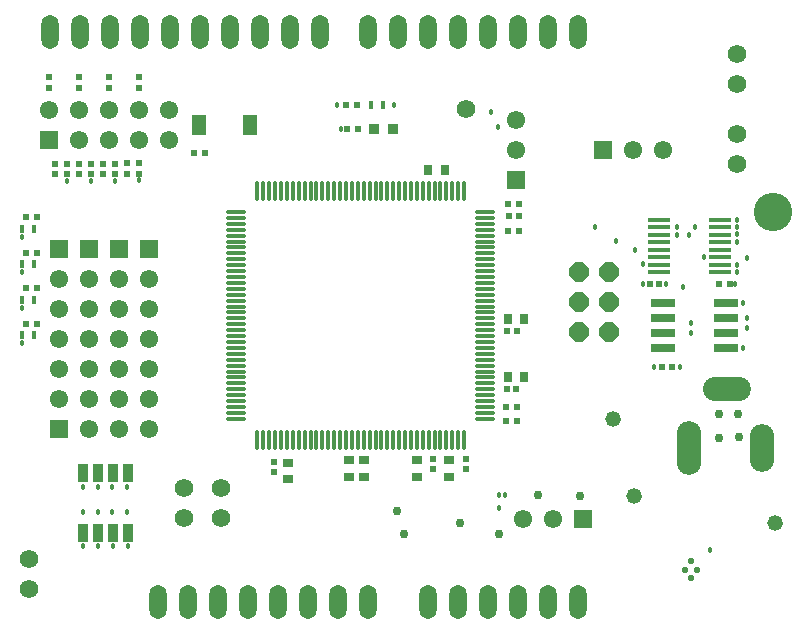
<source format=gts>
%FSTAX25Y25*%
%MOIN*%
G70*
G01*
G75*
G04 Layer_Color=8388736*
%ADD10O,0.07087X0.01181*%
%ADD11O,0.01181X0.07087*%
%ADD12O,0.07284X0.01378*%
%ADD13R,0.08071X0.02756*%
%ADD14R,0.01772X0.02165*%
%ADD15R,0.03150X0.03150*%
%ADD16R,0.01575X0.02559*%
%ADD17R,0.02992X0.06299*%
%ADD18R,0.04528X0.06693*%
%ADD19R,0.02165X0.01772*%
%ADD20R,0.02756X0.03543*%
%ADD21R,0.03543X0.02756*%
%ADD22R,0.02047X0.02047*%
%ADD23R,0.02047X0.02047*%
%ADD24C,0.01000*%
%ADD25C,0.00700*%
%ADD26C,0.03000*%
%ADD27C,0.00591*%
%ADD28C,0.00669*%
%ADD29C,0.00500*%
%ADD30C,0.02000*%
%ADD31C,0.06000*%
%ADD32O,0.15748X0.07874*%
%ADD33O,0.07874X0.15748*%
%ADD34O,0.07874X0.17716*%
%ADD35R,0.05906X0.05906*%
%ADD36C,0.05906*%
%ADD37R,0.05906X0.05906*%
%ADD38P,0.06711X8X112.5*%
%ADD39O,0.05600X0.11200*%
%ADD40C,0.12600*%
%ADD41C,0.01969*%
%ADD42C,0.01600*%
%ADD43C,0.02800*%
%ADD44C,0.01595*%
%ADD45C,0.05000*%
%ADD46C,0.04000*%
%ADD47R,0.70200X0.25400*%
%ADD48C,0.07550*%
%ADD49O,0.15811X0.07937*%
%ADD50O,0.07937X0.15811*%
%ADD51O,0.07937X0.17779*%
%ADD52C,0.07543*%
G04:AMPARAMS|DCode=53|XSize=95.433mil|YSize=95.433mil|CornerRadius=0mil|HoleSize=0mil|Usage=FLASHONLY|Rotation=0.000|XOffset=0mil|YOffset=0mil|HoleType=Round|Shape=Relief|Width=10mil|Gap=10mil|Entries=4|*
%AMTHD53*
7,0,0,0.09543,0.07543,0.01000,45*
%
%ADD53THD53*%
%ADD54C,0.07800*%
%ADD55C,0.07400*%
%ADD56C,0.16600*%
G04:AMPARAMS|DCode=57|XSize=95.5mil|YSize=95.5mil|CornerRadius=0mil|HoleSize=0mil|Usage=FLASHONLY|Rotation=0.000|XOffset=0mil|YOffset=0mil|HoleType=Round|Shape=Relief|Width=10mil|Gap=10mil|Entries=4|*
%AMTHD57*
7,0,0,0.09550,0.07550,0.01000,45*
%
%ADD57THD57*%
G04:AMPARAMS|DCode=58|XSize=70mil|YSize=70mil|CornerRadius=0mil|HoleSize=0mil|Usage=FLASHONLY|Rotation=0.000|XOffset=0mil|YOffset=0mil|HoleType=Round|Shape=Relief|Width=10mil|Gap=10mil|Entries=4|*
%AMTHD58*
7,0,0,0.07000,0.05000,0.01000,45*
%
%ADD58THD58*%
%ADD59C,0.05600*%
%ADD60C,0.06800*%
%AMTHOVALD61*
21,1,0.07874,0.09937,0,0,180.0*
1,1,0.09937,0.03937,0.00000*
1,1,0.09937,-0.03937,0.00000*
21,0,0.07874,0.07937,0,0,180.0*
1,0,0.07937,0.03937,0.00000*
1,0,0.07937,-0.03937,0.00000*
4,0,4,0.03583,0.00354,0.07097,0.03867,0.07804,0.03160,0.04291,-0.00354,0.03583,0.00354,0.0*
4,0,4,-0.04291,0.00354,-0.07804,-0.03160,-0.07097,-0.03867,-0.03583,-0.00354,-0.04291,0.00354,0.0*
4,0,4,0.04291,0.00354,0.07804,-0.03160,0.07097,-0.03867,0.03583,-0.00354,0.04291,0.00354,0.0*
4,0,4,-0.03583,0.00354,-0.07097,0.03867,-0.07804,0.03160,-0.04291,-0.00354,-0.03583,0.00354,0.0*
%
%ADD61THOVALD61*%

%AMTHOVALD62*
21,1,0.07874,0.09937,0,0,270.0*
1,1,0.09937,0.00000,0.03937*
1,1,0.09937,0.00000,-0.03937*
21,0,0.07874,0.07937,0,0,270.0*
1,0,0.07937,0.00000,0.03937*
1,0,0.07937,0.00000,-0.03937*
4,0,4,-0.00354,0.03583,-0.03867,0.07097,-0.03160,0.07804,0.00354,0.04291,-0.00354,0.03583,0.0*
4,0,4,-0.00354,-0.04291,0.03160,-0.07804,0.03867,-0.07097,0.00354,-0.03583,-0.00354,-0.04291,0.0*
4,0,4,-0.00354,0.04291,0.03160,0.07804,0.03867,0.07097,0.00354,0.03583,-0.00354,0.04291,0.0*
4,0,4,-0.00354,-0.03583,-0.03867,-0.07097,-0.03160,-0.07804,0.00354,-0.04291,-0.00354,-0.03583,0.0*
%
%ADD62THOVALD62*%

G04:AMPARAMS|DCode=63|XSize=98mil|YSize=98mil|CornerRadius=0mil|HoleSize=0mil|Usage=FLASHONLY|Rotation=0.000|XOffset=0mil|YOffset=0mil|HoleType=Round|Shape=Relief|Width=10mil|Gap=10mil|Entries=4|*
%AMTHD63*
7,0,0,0.09800,0.07800,0.01000,45*
%
%ADD63THD63*%
G04:AMPARAMS|DCode=64|XSize=94mil|YSize=94mil|CornerRadius=0mil|HoleSize=0mil|Usage=FLASHONLY|Rotation=0.000|XOffset=0mil|YOffset=0mil|HoleType=Round|Shape=Relief|Width=10mil|Gap=10mil|Entries=4|*
%AMTHD64*
7,0,0,0.09400,0.07400,0.01000,45*
%
%ADD64THD64*%
G04:AMPARAMS|DCode=65|XSize=76mil|YSize=76mil|CornerRadius=0mil|HoleSize=0mil|Usage=FLASHONLY|Rotation=0.000|XOffset=0mil|YOffset=0mil|HoleType=Round|Shape=Relief|Width=10mil|Gap=10mil|Entries=4|*
%AMTHD65*
7,0,0,0.07600,0.05600,0.01000,45*
%
%ADD65THD65*%
G04:AMPARAMS|DCode=66|XSize=88mil|YSize=88mil|CornerRadius=0mil|HoleSize=0mil|Usage=FLASHONLY|Rotation=0.000|XOffset=0mil|YOffset=0mil|HoleType=Round|Shape=Relief|Width=10mil|Gap=10mil|Entries=4|*
%AMTHD66*
7,0,0,0.08800,0.06800,0.01000,45*
%
%ADD66THD66*%
%ADD67O,0.01378X0.04724*%
%ADD68R,0.07480X0.03150*%
%ADD69R,0.07480X0.12205*%
%ADD70R,0.06299X0.02559*%
%ADD71R,0.08661X0.11811*%
%ADD72R,0.01969X0.01181*%
%ADD73C,0.01181*%
%ADD74R,0.03543X0.04724*%
%ADD75R,0.06693X0.06614*%
%ADD76R,0.08661X0.07874*%
%ADD77C,0.05000*%
%ADD78C,0.01300*%
%ADD79C,0.01500*%
%ADD80R,0.29232X0.31693*%
%ADD81C,0.02362*%
%ADD82C,0.00984*%
%ADD83C,0.02165*%
%ADD84C,0.00787*%
%ADD85C,0.00600*%
%ADD86C,0.01200*%
%ADD87C,0.00400*%
%ADD88C,0.00394*%
%ADD89R,0.03937X0.02953*%
%ADD90O,0.07487X0.01581*%
%ADD91O,0.01581X0.07487*%
%ADD92O,0.07684X0.01778*%
%ADD93R,0.08471X0.03156*%
%ADD94R,0.02172X0.02565*%
%ADD95R,0.03550X0.03550*%
%ADD96R,0.01975X0.02959*%
%ADD97R,0.03392X0.06699*%
%ADD98R,0.04928X0.07093*%
%ADD99R,0.02565X0.02172*%
%ADD100R,0.03156X0.03943*%
%ADD101R,0.03943X0.03156*%
%ADD102R,0.02447X0.02447*%
%ADD103R,0.02447X0.02447*%
%ADD104O,0.07287X0.01381*%
%ADD105O,0.01381X0.07287*%
%ADD106O,0.07484X0.01578*%
%ADD107R,0.08271X0.02956*%
%ADD108R,0.01972X0.02365*%
%ADD109R,0.03350X0.03350*%
%ADD110R,0.01775X0.02759*%
%ADD111R,0.03192X0.06499*%
%ADD112R,0.04728X0.06893*%
%ADD113R,0.02365X0.01972*%
%ADD114R,0.02956X0.03743*%
%ADD115R,0.03743X0.02956*%
%ADD116R,0.02247X0.02247*%
%ADD117R,0.02247X0.02247*%
%ADD118C,0.06200*%
%ADD119O,0.15948X0.08074*%
%ADD120O,0.08074X0.15948*%
%ADD121O,0.08074X0.17916*%
%ADD122R,0.06106X0.06106*%
%ADD123C,0.06106*%
%ADD124R,0.06106X0.06106*%
%ADD125P,0.06927X8X112.5*%
%ADD126O,0.05800X0.11400*%
%ADD127C,0.12800*%
%ADD128C,0.02169*%
%ADD129C,0.01800*%
%ADD130C,0.03000*%
%ADD131C,0.05200*%
D104*
X0181124Y017101D02*
D03*
Y0172979D02*
D03*
Y0174947D02*
D03*
Y0176916D02*
D03*
Y0178884D02*
D03*
Y0180853D02*
D03*
Y0182821D02*
D03*
Y018479D02*
D03*
Y0186758D02*
D03*
Y0188727D02*
D03*
Y0190695D02*
D03*
Y0192664D02*
D03*
Y0194632D02*
D03*
Y0196601D02*
D03*
Y0198569D02*
D03*
Y0200538D02*
D03*
Y0202506D02*
D03*
Y0204475D02*
D03*
Y0206443D02*
D03*
Y0208412D02*
D03*
Y021038D02*
D03*
Y0212349D02*
D03*
Y0214317D02*
D03*
Y0216286D02*
D03*
Y0218254D02*
D03*
Y0220223D02*
D03*
Y0222191D02*
D03*
Y022416D02*
D03*
Y0226128D02*
D03*
Y0228097D02*
D03*
Y0230065D02*
D03*
Y0232034D02*
D03*
Y0234002D02*
D03*
Y0235971D02*
D03*
Y0237939D02*
D03*
Y0239908D02*
D03*
X0264194D02*
D03*
Y0237939D02*
D03*
Y0235971D02*
D03*
Y0234002D02*
D03*
Y0232034D02*
D03*
Y0230065D02*
D03*
Y0228097D02*
D03*
Y0226128D02*
D03*
Y022416D02*
D03*
Y0222191D02*
D03*
Y0220223D02*
D03*
Y0218254D02*
D03*
Y0216286D02*
D03*
Y0214317D02*
D03*
Y0212349D02*
D03*
Y021038D02*
D03*
Y0208412D02*
D03*
Y0206443D02*
D03*
Y0204475D02*
D03*
Y0202506D02*
D03*
Y0200538D02*
D03*
Y0198569D02*
D03*
Y0196601D02*
D03*
Y0194632D02*
D03*
Y0192664D02*
D03*
Y0190695D02*
D03*
Y0188727D02*
D03*
Y0186758D02*
D03*
Y018479D02*
D03*
Y0182821D02*
D03*
Y0180853D02*
D03*
Y0178884D02*
D03*
Y0176916D02*
D03*
Y0174947D02*
D03*
Y0172979D02*
D03*
Y017101D02*
D03*
D105*
X018821Y0246994D02*
D03*
X0190179D02*
D03*
X0192147D02*
D03*
X0194116D02*
D03*
X0196084D02*
D03*
X0198053D02*
D03*
X0200021D02*
D03*
X020199D02*
D03*
X0203958D02*
D03*
X0205927D02*
D03*
X0207895D02*
D03*
X0209864D02*
D03*
X0211832D02*
D03*
X0213801D02*
D03*
X0215769D02*
D03*
X0217738D02*
D03*
X0219706D02*
D03*
X0221675D02*
D03*
X0223643D02*
D03*
X0225612D02*
D03*
X022758D02*
D03*
X0229549D02*
D03*
X0231517D02*
D03*
X0233486D02*
D03*
X0235454D02*
D03*
X0237423D02*
D03*
X0239391D02*
D03*
X024136D02*
D03*
X0243328D02*
D03*
X0245297D02*
D03*
X0247265D02*
D03*
X0249234D02*
D03*
X0251202D02*
D03*
X0253171D02*
D03*
X0255139D02*
D03*
X0257108D02*
D03*
Y0163924D02*
D03*
X0255139D02*
D03*
X0253171D02*
D03*
X0251202D02*
D03*
X0249234D02*
D03*
X0247265D02*
D03*
X0245297D02*
D03*
X0243328D02*
D03*
X024136D02*
D03*
X0239391D02*
D03*
X0237423D02*
D03*
X0235454D02*
D03*
X0233486D02*
D03*
X0231517D02*
D03*
X0229549D02*
D03*
X022758D02*
D03*
X0225612D02*
D03*
X0223643D02*
D03*
X0221675D02*
D03*
X0219706D02*
D03*
X0217738D02*
D03*
X0215769D02*
D03*
X0213801D02*
D03*
X0211832D02*
D03*
X0209864D02*
D03*
X0207895D02*
D03*
X0205927D02*
D03*
X0203958D02*
D03*
X020199D02*
D03*
X0200021D02*
D03*
X0198053D02*
D03*
X0196084D02*
D03*
X0194116D02*
D03*
X0192147D02*
D03*
X0190179D02*
D03*
X018821D02*
D03*
D106*
X0321949Y0237392D02*
D03*
Y0234892D02*
D03*
Y0232392D02*
D03*
Y0229892D02*
D03*
Y0227392D02*
D03*
Y0224892D02*
D03*
Y0222392D02*
D03*
Y0219892D02*
D03*
X0342421Y0237392D02*
D03*
Y0234892D02*
D03*
Y0232392D02*
D03*
Y0229892D02*
D03*
Y0227392D02*
D03*
Y0224892D02*
D03*
Y0222392D02*
D03*
Y0219892D02*
D03*
D107*
X0323241Y0209506D02*
D03*
Y0204505D02*
D03*
Y0199505D02*
D03*
Y0194506D02*
D03*
X0344304Y0209506D02*
D03*
Y0204505D02*
D03*
Y0199505D02*
D03*
Y0194506D02*
D03*
D108*
X021811Y0267717D02*
D03*
X0221654D02*
D03*
X022126Y0275492D02*
D03*
X0217717D02*
D03*
X0342028Y0215945D02*
D03*
X0345571D02*
D03*
X0271928Y02387D02*
D03*
X0275472D02*
D03*
X0275372Y02336D02*
D03*
X0271828D02*
D03*
X0271228Y0175D02*
D03*
X0274772D02*
D03*
X0271228Y01703D02*
D03*
X0274772D02*
D03*
X02718Y02426D02*
D03*
X0275343D02*
D03*
X0167126Y0259744D02*
D03*
X0170669D02*
D03*
X0111221Y0238189D02*
D03*
X0114764D02*
D03*
X0111221Y0226378D02*
D03*
X0114764D02*
D03*
X0111221Y0214567D02*
D03*
X0114764D02*
D03*
X0111221Y0202756D02*
D03*
X0114764D02*
D03*
D109*
X0233465Y0267717D02*
D03*
X0226965D02*
D03*
D110*
X0113878Y0234252D02*
D03*
X0109744D02*
D03*
X0230217Y0275492D02*
D03*
X0226083D02*
D03*
X0113878Y0198819D02*
D03*
X0109744D02*
D03*
X0113878Y021063D02*
D03*
X0109744D02*
D03*
X0113878Y0222441D02*
D03*
X0109744D02*
D03*
D111*
X0130079Y0152913D02*
D03*
Y0132913D02*
D03*
X0135079Y0152913D02*
D03*
Y0132913D02*
D03*
X0140079Y0152913D02*
D03*
Y0132913D02*
D03*
X0145079Y0152913D02*
D03*
Y0132913D02*
D03*
D112*
X0185827Y0268996D02*
D03*
X0168701D02*
D03*
D113*
X01487Y0284772D02*
D03*
Y0281228D02*
D03*
X01387Y0284772D02*
D03*
Y0281228D02*
D03*
X01287Y0284772D02*
D03*
Y0281228D02*
D03*
X01187Y0284772D02*
D03*
Y0281228D02*
D03*
X01246Y0256072D02*
D03*
Y0252528D02*
D03*
X01326Y0256072D02*
D03*
Y0252528D02*
D03*
X01406Y0256043D02*
D03*
Y02525D02*
D03*
X01487Y0256143D02*
D03*
Y02526D02*
D03*
X01206Y0256072D02*
D03*
Y0252528D02*
D03*
X01286Y0256072D02*
D03*
Y0252528D02*
D03*
X01366Y0256043D02*
D03*
Y02525D02*
D03*
X01447Y0256143D02*
D03*
Y02526D02*
D03*
D114*
X0271644Y01849D02*
D03*
X0277156D02*
D03*
X0250656Y02539D02*
D03*
X0245144D02*
D03*
X0277156Y02043D02*
D03*
X0271644D02*
D03*
D115*
X02414Y0157156D02*
D03*
Y0151644D02*
D03*
X02187Y0157156D02*
D03*
Y0151644D02*
D03*
X02522Y0157156D02*
D03*
Y0151644D02*
D03*
X01985Y0156356D02*
D03*
Y0150844D02*
D03*
X02236Y0151644D02*
D03*
Y0157156D02*
D03*
D116*
X0274575Y02002D02*
D03*
X0271425D02*
D03*
X0274475Y01808D02*
D03*
X0271325D02*
D03*
X0323198Y0188206D02*
D03*
X0326347D02*
D03*
X0322074Y0215999D02*
D03*
X0318924D02*
D03*
D117*
X02468Y0154325D02*
D03*
Y0157475D02*
D03*
X01939Y0153325D02*
D03*
Y0156475D02*
D03*
X02579Y0154325D02*
D03*
Y0157475D02*
D03*
D118*
X0257776Y0274114D02*
D03*
X0163863Y0137833D02*
D03*
X0112205Y0114409D02*
D03*
X0175984Y0147795D02*
D03*
X0112205Y0124409D02*
D03*
X0175984Y0137795D02*
D03*
X0163863Y0147833D02*
D03*
X034813Y029252D02*
D03*
Y028252D02*
D03*
Y0265787D02*
D03*
Y0255787D02*
D03*
D119*
X0344661Y0181085D02*
D03*
D120*
X0356472Y01614D02*
D03*
D121*
X0332063D02*
D03*
D122*
X01187Y02638D02*
D03*
X01222Y01676D02*
D03*
X02967Y01375D02*
D03*
X0303248Y0260531D02*
D03*
D123*
X01187Y02738D02*
D03*
X01287Y02638D02*
D03*
Y02738D02*
D03*
X01387Y02638D02*
D03*
Y02738D02*
D03*
X01487Y02638D02*
D03*
Y02738D02*
D03*
X01587Y02638D02*
D03*
Y02738D02*
D03*
X01222Y02176D02*
D03*
Y02076D02*
D03*
Y01976D02*
D03*
Y01876D02*
D03*
Y01776D02*
D03*
X01322Y01676D02*
D03*
X01422D02*
D03*
X01522D02*
D03*
X0274508Y0270492D02*
D03*
Y0260492D02*
D03*
X01322Y01776D02*
D03*
Y01876D02*
D03*
Y01976D02*
D03*
Y02076D02*
D03*
Y02176D02*
D03*
X01522Y01776D02*
D03*
Y01876D02*
D03*
Y01976D02*
D03*
Y02076D02*
D03*
Y02176D02*
D03*
X01422Y01776D02*
D03*
Y01876D02*
D03*
Y01976D02*
D03*
Y02076D02*
D03*
Y02176D02*
D03*
X02767Y01375D02*
D03*
X02867D02*
D03*
X0323248Y0260531D02*
D03*
X0313248D02*
D03*
D124*
X01222Y02276D02*
D03*
X0274508Y0250492D02*
D03*
X01322Y02276D02*
D03*
X01522D02*
D03*
X01422D02*
D03*
D125*
X02955Y022D02*
D03*
X03055D02*
D03*
X02955Y021D02*
D03*
X03055D02*
D03*
X02955Y02D02*
D03*
X03055D02*
D03*
D126*
X0209Y03D02*
D03*
X0199D02*
D03*
X0189D02*
D03*
X0179D02*
D03*
X0169D02*
D03*
X0159D02*
D03*
X0149D02*
D03*
X0139D02*
D03*
X0129D02*
D03*
X0119D02*
D03*
X0295D02*
D03*
X0285D02*
D03*
X0275D02*
D03*
X0265D02*
D03*
X0255D02*
D03*
X0245D02*
D03*
X0235D02*
D03*
X0225D02*
D03*
X0245Y011D02*
D03*
X0255D02*
D03*
X0265D02*
D03*
X0275D02*
D03*
X0285D02*
D03*
X0295D02*
D03*
X0155D02*
D03*
X0165D02*
D03*
X0175D02*
D03*
X0185D02*
D03*
X0195D02*
D03*
X0205D02*
D03*
X0215D02*
D03*
X0225D02*
D03*
D127*
X036Y024D02*
D03*
D128*
X03327Y0117944D02*
D03*
Y0123456D02*
D03*
X0330732Y01207D02*
D03*
X0334668D02*
D03*
D129*
X0347399Y0215945D02*
D03*
X0130079Y0128661D02*
D03*
X0135079D02*
D03*
X0140079D02*
D03*
X0145079D02*
D03*
X0144882Y0139764D02*
D03*
X0139764D02*
D03*
X0135039D02*
D03*
X0129921D02*
D03*
X0144882Y0148425D02*
D03*
X0139764D02*
D03*
X0135039D02*
D03*
X0129921D02*
D03*
X0109744Y0231594D02*
D03*
Y0219783D02*
D03*
Y0207972D02*
D03*
Y0196161D02*
D03*
X0320472Y0188206D02*
D03*
X02688Y0141219D02*
D03*
X0270844Y01456D02*
D03*
X02687Y01456D02*
D03*
X03392Y01271D02*
D03*
X0332684Y0203058D02*
D03*
X0329072Y0188206D02*
D03*
X01406Y0250372D02*
D03*
X01326Y02504D02*
D03*
X01246D02*
D03*
X01487Y0250472D02*
D03*
X0216043Y0267717D02*
D03*
X0268504Y026811D02*
D03*
X0265945Y0273425D02*
D03*
X0214764Y0275492D02*
D03*
X0233661D02*
D03*
X0350197Y0209547D02*
D03*
Y0194488D02*
D03*
X0324508Y0215945D02*
D03*
X0316732Y0216043D02*
D03*
X0332677Y0199508D02*
D03*
X0351476Y0201181D02*
D03*
X0351378Y0204528D02*
D03*
X033703Y0224803D02*
D03*
X0327953Y0232185D02*
D03*
X0347933Y0234842D02*
D03*
Y023248D02*
D03*
Y0229921D02*
D03*
X0314173Y0227264D02*
D03*
X0347933Y0237402D02*
D03*
X0333957Y0234941D02*
D03*
X0307776Y0230315D02*
D03*
X0332Y0232382D02*
D03*
X0327953Y0234941D02*
D03*
X0300689Y0234842D02*
D03*
X0347933Y0222342D02*
D03*
X0329921Y0215059D02*
D03*
X0347933Y0219882D02*
D03*
X0316732Y0222441D02*
D03*
X0351378Y0224705D02*
D03*
D130*
X0348721Y0164764D02*
D03*
X0342224Y0164665D02*
D03*
X0348425Y0172638D02*
D03*
X0342224Y0172539D02*
D03*
X02688Y01327D02*
D03*
X02819Y01456D02*
D03*
X02556Y01364D02*
D03*
X0295625Y01454D02*
D03*
X02372Y01326D02*
D03*
X02348Y01402D02*
D03*
D131*
X0306815Y0170855D02*
D03*
X0360701Y0136199D02*
D03*
X03138Y01451D02*
D03*
M02*

</source>
